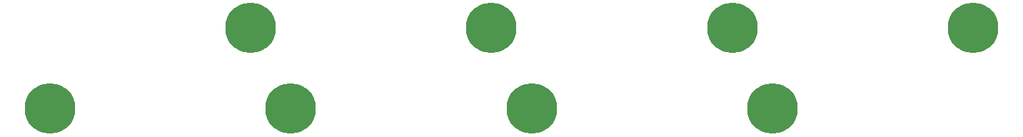
<source format=gbr>
%TF.GenerationSoftware,KiCad,Pcbnew,(7.0.0)*%
%TF.CreationDate,2023-04-09T14:12:24-07:00*%
%TF.ProjectId,SidecarXE85-plate,53696465-6361-4725-9845-38352d706c61,rev?*%
%TF.SameCoordinates,Original*%
%TF.FileFunction,Soldermask,Bot*%
%TF.FilePolarity,Negative*%
%FSLAX46Y46*%
G04 Gerber Fmt 4.6, Leading zero omitted, Abs format (unit mm)*
G04 Created by KiCad (PCBNEW (7.0.0)) date 2023-04-09 14:12:24*
%MOMM*%
%LPD*%
G01*
G04 APERTURE LIST*
%ADD10C,6.000000*%
G04 APERTURE END LIST*
D10*
%TO.C,SW5*%
X64293750Y-45067500D03*
X88106250Y-35542500D03*
%TD*%
%TO.C,SW6*%
X121443750Y-45067500D03*
X145256250Y-35542500D03*
%TD*%
%TO.C,SW13*%
X150018750Y-45067500D03*
X173831250Y-35542500D03*
%TD*%
%TO.C,SW12*%
X92868750Y-45067500D03*
X116681250Y-35542500D03*
%TD*%
M02*

</source>
